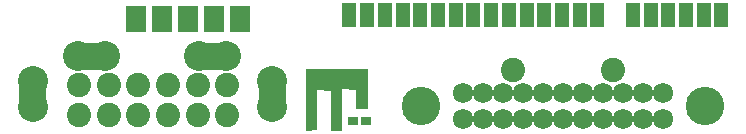
<source format=gts>
G04*
G04 Format:               Gerber RS-274X*
G04 Export Settings:      OSH Park*
G04 Layer:                TopSolderMask*
G04 This File Name:       GCDUAL_QSB_FINAL5.2.gts*
G04 Source File Name:     GCDUAL_QSB_FINAL5.2.rrb*
G04 Unique ID:            757d16c7-f99c-4077-9d8c-5aaf3e2abc93*
G04 Generated Date:       Friday, 30 March 2018 13:03:25*
G04*
G04 Created Using:        Robot Room Copper Connection v3.0.5875*
G04 Software Contact:     http://www.robotroom.com/CopperConnection/Support.aspx*
G04 License Number:       1880*
G04*
G04 Zero Suppression:     Leading*
G04 Number Precision:     2.4*
G04*
G04 Polarity:             Negative. Dark is solderable. Clear space is coating.*
G04*
%FSLAX24Y24*%
%MOIN*%
%LNTopSolderMask*%
%ADD10C,.0678*%
%ADD11C,.0809*%
%ADD12C,.1*%
%ADD13C,.1281*%
%ADD14R,.006X.006*%
%ADD15R,.0376X.0297*%
%ADD16R,.0494X.0789*%
%ADD17R,.0703X.0887*%
G36*
G01X9449Y2953D02*
X11516D01*
Y1624D01*
X11146D01*
Y2254D01*
X10679Y2264D01*
Y886D01*
X10285D01*
Y2215D01*
X9847Y2254D01*
Y916D01*
X9449Y886D01*
Y2953D01*
G37*
G36*
X7884Y2490D02*
X8790D01*
Y1703D01*
X7884D01*
Y2490D01*
G37*
G36*
X5943Y3829D02*
X6770D01*
Y2924D01*
X5943D01*
Y3829D01*
G37*
G36*
X1876Y3829D02*
X2742D01*
Y2924D01*
X1876D01*
Y3829D01*
G37*
G36*
X-92Y2569D02*
X813D01*
Y1703D01*
X-92D01*
Y2569D01*
G37*
D10*
X14693Y1269D03*
X15360D03*
X16026D03*
X16693D03*
X14693Y2162D03*
X15360D03*
X16026D03*
X16693D03*
X17359Y1269D03*
Y2162D03*
X18026Y1269D03*
Y2162D03*
X18692Y1269D03*
Y2162D03*
X19359Y1269D03*
Y2162D03*
X20026Y1269D03*
Y2162D03*
X20692Y1269D03*
Y2162D03*
X21358Y1269D03*
Y2162D03*
D11*
X16360Y2929D03*
X19692D03*
X5849Y2396D03*
X4864D03*
X3880D03*
X2896D03*
X1912D03*
X6833D03*
X5849Y1412D03*
X4864D03*
X3880D03*
X2896D03*
X1912D03*
X6833D03*
D12*
X357Y2542D03*
Y1663D03*
X8344Y2542D03*
Y1663D03*
X5909Y3383D03*
X6788D03*
X1879D03*
X2758D03*
D13*
X22752Y1720D03*
X13300D03*
D15*
X11033Y1204D03*
X11467D03*
D16*
X13864Y4757D03*
X14455D03*
X15046D03*
X15636D03*
X16227D03*
X16817D03*
X17408D03*
X17998D03*
X18589D03*
X19179D03*
X20361D03*
X20951Y4759D03*
X21542Y4757D03*
X22132D03*
X22723D03*
X23313D03*
X13274D03*
X12683D03*
X12093D03*
X11502D03*
X10912D03*
D17*
X7274Y4629D03*
X6408D03*
X5542D03*
X4676D03*
X3810D03*
M02*

</source>
